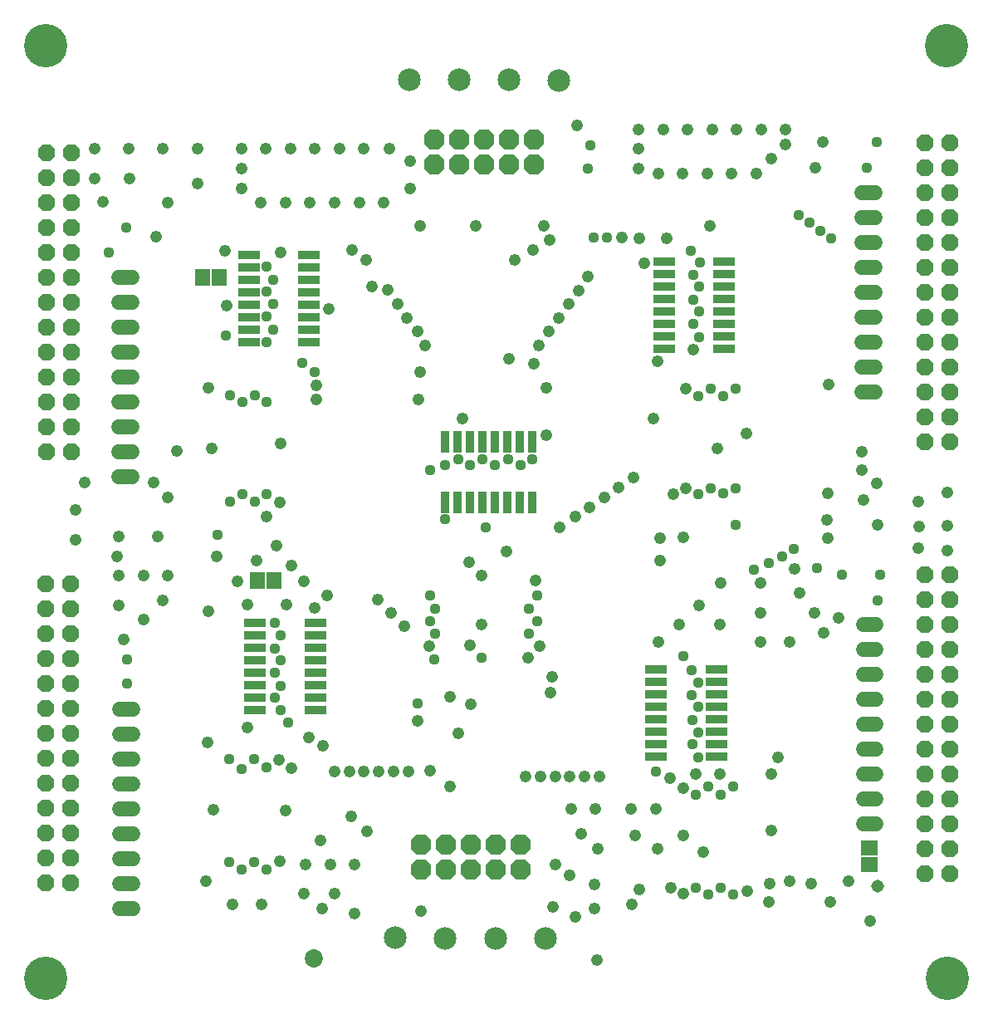
<source format=gbs>
G75*
%MOIN*%
%OFA0B0*%
%FSLAX24Y24*%
%IPPOS*%
%LPD*%
%AMOC8*
5,1,8,0,0,1.08239X$1,22.5*
%
%ADD10C,0.0600*%
%ADD11R,0.0880X0.0340*%
%ADD12R,0.0340X0.0880*%
%ADD13OC8,0.0680*%
%ADD14R,0.0671X0.0592*%
%ADD15R,0.0592X0.0671*%
%ADD16OC8,0.0820*%
%ADD17C,0.0907*%
%ADD18C,0.0437*%
%ADD19C,0.0476*%
%ADD20C,0.1740*%
%ADD21C,0.0516*%
%ADD22C,0.0730*%
D10*
X009040Y054027D02*
X009560Y054027D01*
X009560Y055027D02*
X009040Y055027D01*
X009040Y056027D02*
X009560Y056027D01*
X009560Y057027D02*
X009040Y057027D01*
X009040Y058027D02*
X009560Y058027D01*
X009560Y059027D02*
X009040Y059027D01*
X009040Y060027D02*
X009560Y060027D01*
X009560Y061027D02*
X009040Y061027D01*
X009040Y062027D02*
X009560Y062027D01*
X009524Y071350D02*
X009004Y071350D01*
X009004Y072350D02*
X009524Y072350D01*
X009524Y073350D02*
X009004Y073350D01*
X009004Y074350D02*
X009524Y074350D01*
X009524Y075350D02*
X009004Y075350D01*
X009004Y076350D02*
X009524Y076350D01*
X009524Y077350D02*
X009004Y077350D01*
X009004Y078350D02*
X009524Y078350D01*
X009524Y079350D02*
X009004Y079350D01*
X038831Y079744D02*
X039351Y079744D01*
X039351Y080744D02*
X038831Y080744D01*
X038831Y081744D02*
X039351Y081744D01*
X039351Y082744D02*
X038831Y082744D01*
X038831Y078744D02*
X039351Y078744D01*
X039351Y077744D02*
X038831Y077744D01*
X038831Y076744D02*
X039351Y076744D01*
X039351Y075744D02*
X038831Y075744D01*
X038831Y074744D02*
X039351Y074744D01*
X039410Y065421D02*
X038890Y065421D01*
X038890Y064421D02*
X039410Y064421D01*
X039410Y063421D02*
X038890Y063421D01*
X038890Y062421D02*
X039410Y062421D01*
X039410Y061421D02*
X038890Y061421D01*
X038890Y060421D02*
X039410Y060421D01*
X039410Y059421D02*
X038890Y059421D01*
X038890Y058421D02*
X039410Y058421D01*
X039410Y057421D02*
X038890Y057421D01*
D11*
X033002Y060096D03*
X033002Y060596D03*
X033002Y061096D03*
X033002Y061596D03*
X033002Y062096D03*
X033002Y062596D03*
X033002Y063096D03*
X033002Y063596D03*
X030582Y063596D03*
X030582Y063096D03*
X030582Y062596D03*
X030582Y062096D03*
X030582Y061596D03*
X030582Y061096D03*
X030582Y060596D03*
X030582Y060096D03*
X030885Y076474D03*
X030885Y076974D03*
X030885Y077474D03*
X030885Y077974D03*
X030885Y078474D03*
X030885Y078974D03*
X030885Y079474D03*
X030885Y079974D03*
X033305Y079974D03*
X033305Y079474D03*
X033305Y078974D03*
X033305Y078474D03*
X033305Y077974D03*
X033305Y077474D03*
X033305Y076974D03*
X033305Y076474D03*
X016892Y065482D03*
X016892Y064982D03*
X016892Y064482D03*
X016892Y063982D03*
X016892Y063482D03*
X016892Y062982D03*
X016892Y062482D03*
X016892Y061982D03*
X014472Y061982D03*
X014472Y062482D03*
X014472Y062982D03*
X014472Y063482D03*
X014472Y063982D03*
X014472Y064482D03*
X014472Y064982D03*
X014472Y065482D03*
X014228Y076758D03*
X014228Y077258D03*
X014228Y077758D03*
X014228Y078258D03*
X014228Y078758D03*
X014228Y079258D03*
X014228Y079758D03*
X014228Y080258D03*
X016648Y080258D03*
X016648Y079758D03*
X016648Y079258D03*
X016648Y078758D03*
X016648Y078258D03*
X016648Y077758D03*
X016648Y077258D03*
X016648Y076758D03*
D12*
X022113Y072749D03*
X022613Y072749D03*
X023113Y072749D03*
X023613Y072749D03*
X024113Y072749D03*
X024613Y072749D03*
X025113Y072749D03*
X025613Y072749D03*
X025613Y070329D03*
X025113Y070329D03*
X024613Y070329D03*
X024113Y070329D03*
X023613Y070329D03*
X023113Y070329D03*
X022613Y070329D03*
X022113Y070329D03*
D13*
X007099Y072354D03*
X007099Y073354D03*
X007099Y074354D03*
X007099Y075354D03*
X006099Y075354D03*
X006099Y074354D03*
X006099Y073354D03*
X006099Y072354D03*
X006099Y076354D03*
X006099Y077354D03*
X006099Y078354D03*
X006099Y079354D03*
X006099Y080354D03*
X006099Y081354D03*
X006099Y082354D03*
X006099Y083354D03*
X006099Y084354D03*
X007099Y084354D03*
X007099Y083354D03*
X007099Y082354D03*
X007099Y081354D03*
X007099Y080354D03*
X007099Y079354D03*
X007099Y078354D03*
X007099Y077354D03*
X007099Y076354D03*
X007079Y067031D03*
X007079Y066031D03*
X007079Y065031D03*
X006079Y065031D03*
X006079Y066031D03*
X006079Y067031D03*
X006079Y064031D03*
X006079Y063031D03*
X006079Y062031D03*
X006079Y061031D03*
X006079Y060031D03*
X006079Y059031D03*
X006079Y058031D03*
X006079Y057031D03*
X006079Y056031D03*
X006079Y055031D03*
X007079Y055031D03*
X007079Y056031D03*
X007079Y057031D03*
X007079Y058031D03*
X007079Y059031D03*
X007079Y060031D03*
X007079Y061031D03*
X007079Y062031D03*
X007079Y063031D03*
X007079Y064031D03*
X041363Y064413D03*
X041363Y063413D03*
X041363Y062413D03*
X041363Y061413D03*
X041363Y060413D03*
X041363Y059413D03*
X042363Y059413D03*
X042363Y060413D03*
X042363Y061413D03*
X042363Y062413D03*
X042363Y063413D03*
X042363Y064413D03*
X042363Y065413D03*
X042363Y066413D03*
X042363Y067413D03*
X041363Y067413D03*
X041363Y066413D03*
X041363Y065413D03*
X041363Y058413D03*
X041363Y057413D03*
X041363Y056413D03*
X041363Y055413D03*
X042363Y055413D03*
X042363Y056413D03*
X042363Y057413D03*
X042363Y058413D03*
X042371Y072748D03*
X042371Y073748D03*
X042371Y074748D03*
X042371Y075748D03*
X042371Y076748D03*
X042371Y077748D03*
X042371Y078748D03*
X042371Y079748D03*
X042371Y080748D03*
X042371Y081748D03*
X042371Y082748D03*
X042371Y083748D03*
X042371Y084748D03*
X041371Y084748D03*
X041371Y083748D03*
X041371Y082748D03*
X041371Y081748D03*
X041371Y080748D03*
X041371Y079748D03*
X041371Y078748D03*
X041371Y077748D03*
X041371Y076748D03*
X041371Y075748D03*
X041371Y074748D03*
X041371Y073748D03*
X041371Y072748D03*
D14*
X039123Y056445D03*
X039123Y055775D03*
D15*
X015245Y067173D03*
X014575Y067173D03*
X013040Y079338D03*
X012371Y079338D03*
D16*
X021650Y083878D03*
X021650Y084878D03*
X022650Y084878D03*
X022650Y083878D03*
X023650Y083878D03*
X023650Y084878D03*
X024650Y084878D03*
X024650Y083878D03*
X025650Y083878D03*
X025650Y084878D03*
X025138Y056571D03*
X024138Y056571D03*
X023138Y056571D03*
X022138Y056571D03*
X022138Y055571D03*
X023138Y055571D03*
X024138Y055571D03*
X025138Y055571D03*
X021138Y055571D03*
X021138Y056571D03*
D17*
X022111Y052823D03*
X020115Y052834D03*
X024119Y052823D03*
X026119Y052823D03*
X026662Y087260D03*
X024666Y087271D03*
X022658Y087271D03*
X020658Y087271D03*
D18*
X014938Y079767D03*
X015186Y079260D03*
X014949Y078787D03*
X015186Y078275D03*
X014949Y077763D03*
X015186Y077252D03*
X014949Y076740D03*
X014461Y074618D03*
X014949Y074338D03*
X013965Y074338D03*
X013453Y074614D03*
X013296Y077015D03*
X016367Y075913D03*
X016879Y075559D03*
X014949Y070637D03*
X014461Y070362D03*
X013965Y070637D03*
X013453Y070362D03*
X012981Y069023D03*
X015272Y065472D03*
X015501Y064968D03*
X015264Y064456D03*
X015501Y063984D03*
X015264Y063472D03*
X015501Y062960D03*
X015264Y062488D03*
X015501Y061976D03*
X015816Y061464D03*
X014936Y059679D03*
X014436Y060006D03*
X013936Y059624D03*
X013436Y060006D03*
X013436Y055884D03*
X013936Y055588D03*
X014438Y055874D03*
X014936Y055584D03*
X021012Y062252D03*
X021682Y064023D03*
X021695Y065061D03*
X021487Y065561D03*
X021692Y066061D03*
X021485Y066582D03*
X022115Y069653D03*
X021516Y071602D03*
X022107Y071799D03*
X022619Y072035D03*
X023091Y071799D03*
X023603Y072035D03*
X024115Y071799D03*
X024627Y072035D03*
X025138Y071799D03*
X025611Y072035D03*
X023737Y069326D03*
X025451Y066061D03*
X025796Y066567D03*
X025816Y065559D03*
X025457Y065055D03*
X023571Y064063D03*
X030579Y059496D03*
X032044Y060602D03*
X032280Y061074D03*
X032044Y061586D03*
X032280Y062098D03*
X032005Y062571D03*
X032280Y063082D03*
X032005Y063594D03*
X031682Y064141D03*
X032280Y060090D03*
X032666Y058905D03*
X032178Y058594D03*
X033158Y058590D03*
X033650Y058905D03*
X033162Y054830D03*
X033660Y054584D03*
X032660Y054580D03*
X032154Y054850D03*
X034516Y067606D03*
X035107Y067882D03*
X035619Y068157D03*
X036091Y068433D03*
X037036Y067685D03*
X038020Y067409D03*
X039556Y067409D03*
X039477Y066385D03*
X033768Y069417D03*
X033272Y070677D03*
X033768Y070874D03*
X032770Y070887D03*
X032272Y070637D03*
X032272Y074574D03*
X032764Y074885D03*
X033280Y074582D03*
X033768Y074889D03*
X032308Y076960D03*
X032071Y077472D03*
X032308Y077984D03*
X032071Y078456D03*
X032308Y078968D03*
X032071Y079441D03*
X032347Y079952D03*
X031957Y080401D03*
X028611Y080952D03*
X028060Y080952D03*
X027839Y083720D03*
X027942Y084653D03*
X036288Y081858D03*
X036721Y081543D03*
X037154Y081228D03*
X037587Y080913D03*
X039044Y083748D03*
X039438Y084771D03*
X041347Y084771D03*
X009308Y081354D03*
X008611Y080362D03*
X009320Y064023D03*
X009320Y063039D03*
D19*
X009201Y064811D03*
X009989Y065598D03*
X010776Y066385D03*
X010973Y067370D03*
X009989Y067370D03*
X009005Y067370D03*
X008938Y068157D03*
X009005Y068945D03*
X007276Y068819D03*
X007276Y070000D03*
X007627Y071110D03*
X009005Y066189D03*
X010579Y068945D03*
X010973Y070519D03*
X010383Y071110D03*
X011327Y072370D03*
X012745Y072488D03*
X012745Y072488D03*
X012591Y074921D03*
X013335Y078197D03*
X013257Y080401D03*
X014713Y082330D03*
X013926Y082921D03*
X013926Y083708D03*
X013926Y084496D03*
X014910Y084496D03*
X015894Y084496D03*
X015894Y084496D03*
X016879Y084496D03*
X016879Y084496D03*
X017863Y084496D03*
X017863Y084496D03*
X018847Y084496D03*
X019871Y084496D03*
X020697Y084023D03*
X020697Y082921D03*
X021091Y081425D03*
X019634Y082330D03*
X018650Y082330D03*
X017666Y082330D03*
X016682Y082330D03*
X015697Y082330D03*
X015501Y080362D03*
X017430Y078078D03*
X019162Y078984D03*
X018926Y080047D03*
X018375Y080441D03*
X019796Y078830D03*
X020194Y078275D03*
X020575Y077724D03*
X021005Y077173D03*
X021308Y076614D03*
X021087Y075535D03*
X021036Y074445D03*
X022784Y073669D03*
X024658Y076063D03*
X025654Y075878D03*
X025867Y076618D03*
X026272Y077177D03*
X026662Y077724D03*
X027075Y078275D03*
X027473Y078819D03*
X027831Y079382D03*
X029201Y080952D03*
X029910Y080913D03*
X030107Y079929D03*
X031012Y080913D03*
X030658Y083511D03*
X029871Y083708D03*
X029871Y084496D03*
X029871Y085283D03*
X030855Y085283D03*
X031839Y085283D03*
X032823Y085283D03*
X033808Y085283D03*
X034792Y085283D03*
X035186Y084102D03*
X035776Y084693D03*
X035776Y085283D03*
X036957Y083748D03*
X037272Y084771D03*
X034595Y083511D03*
X033611Y083511D03*
X032627Y083511D03*
X031642Y083511D03*
X032745Y081425D03*
X032071Y076448D03*
X031760Y074889D03*
X030619Y075992D03*
X030461Y073669D03*
X029681Y071314D03*
X029078Y070908D03*
X028491Y070518D03*
X027897Y070124D03*
X027322Y069742D03*
X026707Y069324D03*
X025737Y067173D03*
X024556Y068354D03*
X023571Y067370D03*
X023052Y067913D03*
X023571Y065401D03*
X023099Y064574D03*
X022312Y062527D03*
X023138Y062212D03*
X022627Y061031D03*
X022312Y058905D03*
X021512Y059547D03*
X020619Y059496D03*
X020028Y059496D03*
X019438Y059496D03*
X018847Y059496D03*
X018257Y059496D03*
X017666Y059496D03*
X017194Y060559D03*
X016642Y060874D03*
X015934Y059653D03*
X015434Y059976D03*
X015701Y057952D03*
X015461Y055913D03*
X016512Y055767D03*
X017103Y056752D03*
X017497Y055767D03*
X018481Y055767D03*
X018953Y057106D03*
X018323Y057697D03*
X017654Y054626D03*
X017182Y053996D03*
X016434Y054626D03*
X014741Y054193D03*
X013560Y054193D03*
X012508Y055126D03*
X012788Y057992D03*
X012575Y060689D03*
X014150Y061279D03*
X012587Y065952D03*
X013768Y067134D03*
X014150Y066200D03*
X014544Y067972D03*
X015331Y068563D03*
X015922Y067775D03*
X016445Y067134D03*
X016879Y066071D03*
X017351Y066582D03*
X015725Y066200D03*
X014938Y069744D03*
X015461Y070323D03*
X015501Y072685D03*
X016918Y074456D03*
X016918Y075008D03*
X012942Y068157D03*
X010501Y080992D03*
X010973Y082330D03*
X010776Y084496D03*
X009398Y084496D03*
X009438Y083315D03*
X008375Y082370D03*
X008020Y083315D03*
X008020Y084496D03*
X012154Y084496D03*
X012154Y083118D03*
X019404Y066423D03*
X019940Y065884D03*
X020475Y065348D03*
X021481Y064555D03*
X021012Y061543D03*
X021131Y053905D03*
X018481Y053799D03*
X025343Y059299D03*
X025934Y059299D03*
X026524Y059299D03*
X027115Y059299D03*
X027705Y059299D03*
X028296Y059299D03*
X028138Y058000D03*
X027575Y057027D03*
X028245Y056397D03*
X028087Y054980D03*
X028087Y053996D03*
X027339Y053681D03*
X026434Y054074D03*
X027103Y055334D03*
X026524Y055779D03*
X027154Y058000D03*
X029556Y058000D03*
X029741Y056948D03*
X030646Y056397D03*
X031162Y054854D03*
X031662Y054618D03*
X032457Y056279D03*
X031670Y056948D03*
X030579Y058000D03*
X031131Y059260D03*
X031662Y058862D03*
X032154Y059417D03*
X033138Y059417D03*
X035213Y059429D03*
X035461Y060086D03*
X035213Y057145D03*
X035134Y055019D03*
X035095Y054271D03*
X034229Y054704D03*
X035934Y055126D03*
X036788Y055019D03*
X037575Y054271D03*
X038284Y055098D03*
X039162Y053511D03*
X035938Y064700D03*
X034757Y064700D03*
X034757Y065882D03*
X034757Y067063D03*
X036134Y067653D03*
X036331Y066669D03*
X036922Y065882D03*
X037316Y065094D03*
X037906Y065685D03*
X037469Y068866D03*
X037434Y069622D03*
X037473Y070685D03*
X038890Y070409D03*
X039438Y071071D03*
X038847Y071622D03*
X038847Y072330D03*
X039481Y069425D03*
X041119Y069350D03*
X041111Y068492D03*
X042276Y068366D03*
X042280Y069378D03*
X042276Y070728D03*
X041095Y070334D03*
X037508Y075047D03*
X034201Y073078D03*
X033020Y072488D03*
X031776Y070878D03*
X031268Y070637D03*
X031658Y068901D03*
X030725Y068889D03*
X030721Y067968D03*
X031501Y065397D03*
X030674Y064728D03*
X032288Y066185D03*
X033142Y065409D03*
X033182Y067063D03*
X029898Y054783D03*
X029583Y054193D03*
X028205Y051948D03*
X026327Y062685D03*
X026406Y063315D03*
X025902Y064559D03*
X025422Y064063D03*
X026170Y073000D03*
X026170Y074929D03*
X024910Y080047D03*
X025619Y080441D03*
X026288Y080834D03*
X026052Y081425D03*
X027390Y085441D03*
X023335Y081425D03*
D20*
X006052Y051228D03*
X006052Y088630D03*
X042233Y088630D03*
X042272Y051228D03*
D21*
X039465Y054901D03*
D22*
X016839Y052015D03*
M02*

</source>
